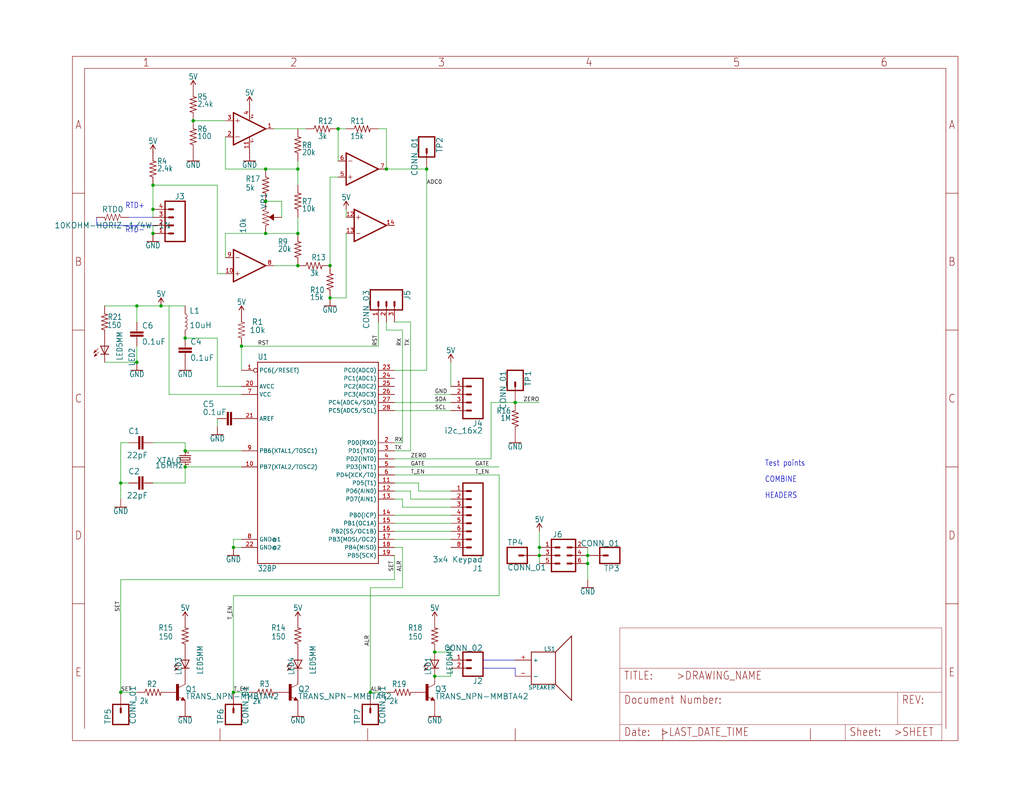
<source format=kicad_sch>
(kicad_sch (version 20220622) (generator eeschema)
  (paper "User" 323.088 254.051)
  (junction (at 43.18 96.52))
  (junction (at 83.82 63.5))
  (junction (at 58.42 106.68))
  (junction (at 170.18 175.26))
  (junction (at 48.26 73.66))
  (junction (at 137.16 205.74))
  (junction (at 104.14 83.82))
  (junction (at 43.18 114.3))
  (junction (at 58.42 147.32))
  (junction (at 83.82 73.66))
  (junction (at 38.1 218.44))
  (junction (at 60.96 38.1))
  (junction (at 48.26 66.04))
  (junction (at 73.66 218.44))
  (junction (at 121.92 53.34))
  (junction (at 73.66 172.72))
  (junction (at 185.42 177.8))
  (junction (at 162.56 127))
  (junction (at 93.98 53.34))
  (junction (at 106.68 40.64))
  (junction (at 58.42 142.24))
  (junction (at 134.62 53.34))
  (junction (at 116.84 218.44))
  (junction (at 137.16 213.36))
  (junction (at 48.26 58.42))
  (junction (at 93.98 73.66))
  (junction (at 104.14 93.98))
  (junction (at 50.8 96.52))
  (junction (at 170.18 172.72))
  (junction (at 83.82 53.34))
  (junction (at 38.1 152.4))
  (junction (at 93.98 83.82))
  (junction (at 185.42 175.26))
  (junction (at 76.2 109.22))
  (wire (pts (xy 137.16 205.74) (xy 142.24 205.74)))
  (wire (pts (xy 40.64 139.7) (xy 38.1 139.7)))
  (wire (pts (xy 124.46 167.64) (xy 142.24 167.64)))
  (wire (pts (xy 71.12 53.34) (xy 83.82 53.34)))
  (wire (pts (xy 124.46 144.78) (xy 154.94 144.78)))
  (wire (pts (xy 124.46 170.18) (xy 142.24 170.18)))
  (wire (pts (xy 132.08 154.94) (xy 132.08 152.4)))
  (wire (pts (xy 58.42 152.4) (xy 48.26 152.4)))
  (wire (pts (xy 68.58 132.08) (xy 68.58 134.62)))
  (wire (pts (xy 116.84 185.42) (xy 116.84 218.44)))
  (wire (pts (xy 124.46 129.54) (xy 142.24 129.54)))
  (wire (pts (xy 142.24 160.02) (xy 127 160.02)))
  (wire (pts (xy 48.26 68.58) (xy 48.26 66.04)))
  (wire (pts (xy 76.2 109.22) (xy 76.2 116.84)))
  (wire (pts (xy 93.98 53.34) (xy 93.98 50.8)))
  (wire (pts (xy 50.8 96.52) (xy 58.42 96.52)))
  (wire (pts (xy 127 160.02) (xy 127 157.48)))
  (wire (pts (xy 76.2 109.22) (xy 119.38 109.22)))
  (wire (pts (xy 68.58 121.92) (xy 68.58 106.68)))
  (wire (pts (xy 127 157.48) (xy 124.46 157.48)))
  (wire (pts (xy 83.82 53.34) (xy 93.98 53.34)))
  (wire (pts (xy 124.46 127) (xy 142.24 127)))
  (wire (pts (xy 73.66 172.72) (xy 73.66 170.18)))
  (wire (pts (xy 124.46 147.32) (xy 157.48 147.32)))
  (wire (pts (xy 154.94 144.78) (xy 154.94 127)))
  (wire (pts (xy 157.48 187.96) (xy 157.48 149.86)))
  (wire (pts (xy 142.24 114.3) (xy 142.24 121.92)))
  (wire (pts (xy 124.46 154.94) (xy 129.54 154.94)))
  (wire (pts (xy 71.12 43.18) (xy 71.12 53.34)))
  (wire (pts (xy 33.02 96.52) (xy 43.18 96.52)))
  (polyline (pts (xy 40.64 68.58) (xy 48.26 68.58)))
  (wire (pts (xy 40.64 152.4) (xy 38.1 152.4)))
  (wire (pts (xy 162.56 127) (xy 170.18 127)))
  (wire (pts (xy 50.8 96.52) (xy 43.18 96.52)))
  (wire (pts (xy 170.18 172.72) (xy 170.18 167.64)))
  (wire (pts (xy 68.58 121.92) (xy 76.2 121.92)))
  (wire (pts (xy 71.12 38.1) (xy 60.96 38.1)))
  (wire (pts (xy 121.92 104.14) (xy 121.92 101.6)))
  (wire (pts (xy 170.18 177.8) (xy 170.18 175.26)))
  (wire (pts (xy 124.46 182.88) (xy 124.46 175.26)))
  (wire (pts (xy 83.82 73.66) (xy 93.98 73.66)))
  (wire (pts (xy 38.1 182.88) (xy 124.46 182.88)))
  (wire (pts (xy 124.46 162.56) (xy 142.24 162.56)))
  (polyline (pts (xy 48.26 71.12) (xy 30.48 71.12)))
  (wire (pts (xy 53.34 96.52) (xy 53.34 124.46)))
  (wire (pts (xy 129.54 157.48) (xy 142.24 157.48)))
  (wire (pts (xy 154.94 127) (xy 162.56 127)))
  (wire (pts (xy 93.98 73.66) (xy 93.98 68.58)))
  (wire (pts (xy 137.16 213.36) (xy 142.24 213.36)))
  (wire (pts (xy 86.36 83.82) (xy 93.98 83.82)))
  (wire (pts (xy 58.42 106.68) (xy 68.58 106.68)))
  (wire (pts (xy 104.14 93.98) (xy 109.22 93.98)))
  (wire (pts (xy 124.46 142.24) (xy 129.54 142.24)))
  (polyline (pts (xy 152.4 208.28) (xy 162.56 208.28)))
  (wire (pts (xy 129.54 154.94) (xy 129.54 157.48)))
  (wire (pts (xy 106.68 40.64) (xy 106.68 50.8)))
  (wire (pts (xy 58.42 147.32) (xy 58.42 152.4)))
  (wire (pts (xy 38.1 218.44) (xy 38.1 182.88)))
  (wire (pts (xy 104.14 55.88) (xy 104.14 83.82)))
  (wire (pts (xy 86.36 40.64) (xy 96.52 40.64)))
  (wire (pts (xy 142.24 213.36) (xy 142.24 210.82)))
  (wire (pts (xy 73.66 170.18) (xy 76.2 170.18)))
  (wire (pts (xy 48.26 139.7) (xy 58.42 139.7)))
  (wire (pts (xy 127 185.42) (xy 116.84 185.42)))
  (wire (pts (xy 71.12 86.36) (xy 68.58 86.36)))
  (wire (pts (xy 76.2 124.46) (xy 53.34 124.46)))
  (wire (pts (xy 58.42 142.24) (xy 76.2 142.24)))
  (wire (pts (xy 124.46 139.7) (xy 127 139.7)))
  (wire (pts (xy 127 185.42) (xy 127 172.72)))
  (wire (pts (xy 48.26 71.12) (xy 48.26 73.66)))
  (wire (pts (xy 124.46 165.1) (xy 142.24 165.1)))
  (wire (pts (xy 109.22 68.58) (xy 109.22 66.04)))
  (wire (pts (xy 129.54 142.24) (xy 129.54 101.6)))
  (wire (pts (xy 68.58 86.36) (xy 68.58 58.42)))
  (polyline (pts (xy 162.56 213.36) (xy 162.56 210.82)))
  (wire (pts (xy 127 104.14) (xy 121.92 104.14)))
  (wire (pts (xy 109.22 40.64) (xy 106.68 40.64)))
  (wire (pts (xy 43.18 114.3) (xy 43.18 109.22)))
  (wire (pts (xy 119.38 101.6) (xy 119.38 109.22)))
  (wire (pts (xy 73.66 218.44) (xy 73.66 187.96)))
  (wire (pts (xy 185.42 175.26) (xy 185.42 177.8)))
  (wire (pts (xy 73.66 187.96) (xy 157.48 187.96)))
  (wire (pts (xy 71.12 73.66) (xy 83.82 73.66)))
  (wire (pts (xy 121.92 40.64) (xy 119.38 40.64)))
  (polyline (pts (xy 152.4 210.82) (xy 162.56 210.82)))
  (wire (pts (xy 132.08 152.4) (xy 124.46 152.4)))
  (wire (pts (xy 58.42 139.7) (xy 58.42 142.24)))
  (wire (pts (xy 68.58 58.42) (xy 48.26 58.42)))
  (wire (pts (xy 185.42 177.8) (xy 185.42 182.88)))
  (wire (pts (xy 142.24 205.74) (xy 142.24 208.28)))
  (wire (pts (xy 109.22 93.98) (xy 109.22 73.66)))
  (wire (pts (xy 48.26 66.04) (xy 48.26 58.42)))
  (wire (pts (xy 88.9 68.58) (xy 88.9 63.5)))
  (wire (pts (xy 134.62 116.84) (xy 134.62 53.34)))
  (wire (pts (xy 43.18 218.44) (xy 38.1 218.44)))
  (wire (pts (xy 142.24 154.94) (xy 132.08 154.94)))
  (wire (pts (xy 121.92 218.44) (xy 116.84 218.44)))
  (polyline (pts (xy 30.48 71.12) (xy 30.48 68.58)))
  (wire (pts (xy 43.18 96.52) (xy 43.18 101.6)))
  (wire (pts (xy 93.98 53.34) (xy 93.98 58.42)))
  (wire (pts (xy 38.1 139.7) (xy 38.1 152.4)))
  (wire (pts (xy 78.74 218.44) (xy 73.66 218.44)))
  (wire (pts (xy 38.1 152.4) (xy 38.1 157.48)))
  (wire (pts (xy 124.46 172.72) (xy 127 172.72)))
  (wire (pts (xy 124.46 116.84) (xy 134.62 116.84)))
  (wire (pts (xy 121.92 53.34) (xy 134.62 53.34)))
  (wire (pts (xy 185.42 175.26) (xy 185.42 172.72)))
  (wire (pts (xy 170.18 175.26) (xy 170.18 172.72)))
  (wire (pts (xy 71.12 81.28) (xy 71.12 73.66)))
  (wire (pts (xy 129.54 101.6) (xy 124.46 101.6)))
  (wire (pts (xy 104.14 55.88) (xy 106.68 55.88)))
  (wire (pts (xy 88.9 63.5) (xy 83.82 63.5)))
  (wire (pts (xy 127 139.7) (xy 127 104.14)))
  (wire (pts (xy 76.2 172.72) (xy 73.66 172.72)))
  (wire (pts (xy 142.24 124.46) (xy 137.16 124.46)))
  (wire (pts (xy 124.46 149.86) (xy 157.48 149.86)))
  (wire (pts (xy 76.2 147.32) (xy 58.42 147.32)))
  (wire (pts (xy 121.92 53.34) (xy 121.92 40.64)))
  (wire (pts (xy 33.02 114.3) (xy 43.18 114.3)))
  (text "RTD+" (at 45.72 66.04 0) (effects (font (size 1.778 1.5113)) (justify right bottom)))
  (text "Test points" (at 241.3 147.32 0) (effects (font (size 1.778 1.5113)) (justify left bottom)))
  (text "HEADERS" (at 241.3 157.48 0) (effects (font (size 1.778 1.5113)) (justify left bottom)))
  (text "COMBINE" (at 241.3 152.4 0) (effects (font (size 1.778 1.5113)) (justify left bottom)))
  (text "RTD-" (at 45.72 73.66 0) (effects (font (size 1.778 1.5113)) (justify right bottom)))
  (label "RX" (at 124.46 139.7 0) (effects (font (size 1.2446 1.2446))))
  (label "SET" (at 38.1 193.04 90) (effects (font (size 1.2446 1.2446))))
  (label "ALR" (at 127 180.34 90) (effects (font (size 1.2446 1.2446))))
  (label "ZERO" (at 129.54 144.78 0) (effects (font (size 1.2446 1.2446))))
  (label "ALR" (at 116.84 203.835 90) (effects (font (size 1.2446 1.2446))))
  (label "SCL" (at 137.16 129.54 0) (effects (font (size 1.2446 1.2446))))
  (label "GND" (at 137.16 124.46 0) (effects (font (size 1.2446 1.2446))))
  (label "T_EN" (at 73.66 218.44 0) (effects (font (size 1.2446 1.2446))))
  (label "SET" (at 38.1 218.44 0) (effects (font (size 1.2446 1.2446))))
  (label "SDA" (at 137.16 127 0) (effects (font (size 1.2446 1.2446))))
  (label "T_EN" (at 149.86 149.86 0) (effects (font (size 1.2446 1.2446))))
  (label "RST" (at 119.38 109.22 90) (effects (font (size 1.2446 1.2446))))
  (label "ADC0" (at 134.62 58.42 0) (effects (font (size 1.2446 1.2446))))
  (label "GATE" (at 149.86 147.32 0) (effects (font (size 1.2446 1.2446))))
  (label "RX" (at 127 109.22 90) (effects (font (size 1.2446 1.2446))))
  (label "RST" (at 81.28 109.22 0) (effects (font (size 1.2446 1.2446))))
  (label "ALR" (at 116.84 218.44 0) (effects (font (size 1.2446 1.2446))))
  (label "ZERO" (at 165.1 127 0) (effects (font (size 1.2446 1.2446))))
  (label "SET" (at 124.46 180.34 90) (effects (font (size 1.2446 1.2446))))
  (label "TX" (at 124.46 142.24 0) (effects (font (size 1.2446 1.2446))))
  (label "T_EN" (at 129.54 149.86 0) (effects (font (size 1.2446 1.2446))))
  (label "TX" (at 129.54 109.22 90) (effects (font (size 1.2446 1.2446))))
  (label "T_EN" (at 73.66 195.58 90) (effects (font (size 1.2446 1.2446))))
  (label "GATE" (at 129.54 147.32 0) (effects (font (size 1.2446 1.2446))))
  (symbol (lib_id "Granny Safe Microprocessor Module-eagle-import:CONN_01") (at 73.66 226.06 90) (unit 1)
    (default_instance (reference "U") (unit 1) (value "") (footprint ""))
    (property "Reference" "TP6" (at 70.612 228.6 0) (effects (font (size 1.778 1.778)) (justify left bottom)))
    (property "Value" "CONN_01" (at 78.486 228.6 0) (effects (font (size 1.778 1.778)) (justify left bottom)))
    (property "Footprint" "Granny Safe Microprocessor Module:1X01" (effects hide))
  )
  (symbol (lib_id "Granny Safe Microprocessor Module-eagle-import:FRAME_A_L") (at 195.58 233.68 0) (unit 2)
    (default_instance (reference "U") (unit 1) (value "") (footprint ""))
    (property "Reference" "#FRAME1" (effects hide))
    (property "Value" "FRAME_A_L" (effects hide))
    (property "Footprint" "Granny Safe Microprocessor Module:" (effects hide))
  )
  (symbol (lib_id "Granny Safe Microprocessor Module-eagle-import:R-US_R0603") (at 114.3 40.64 0) (unit 1)
    (default_instance (reference "U") (unit 1) (value "") (footprint ""))
    (property "Reference" "R11" (at 110.49 39.1414 0) (effects (font (size 1.778 1.5113)) (justify left bottom)))
    (property "Value" "15k" (at 110.49 43.942 0) (effects (font (size 1.778 1.5113)) (justify left bottom)))
    (property "Footprint" "Granny Safe Microprocessor Module:R0603" (effects hide))
  )
  (symbol (lib_id "Granny Safe Microprocessor Module-eagle-import:LED5MM") (at 93.98 208.28 0) (unit 1)
    (default_instance (reference "U") (unit 1) (value "") (footprint ""))
    (property "Reference" "LED4" (at 90.932 207.264 90) (effects (font (size 1.778 1.5113)) (justify right top)))
    (property "Value" "LED5MM" (at 99.695 212.852 90) (effects (font (size 1.778 1.5113)) (justify left bottom)))
    (property "Footprint" "Granny Safe Microprocessor Module:LED5MM" (effects hide))
  )
  (symbol (lib_id "Granny Safe Microprocessor Module-eagle-import:GND") (at 137.16 226.06 0) (unit 1)
    (default_instance (reference "U") (unit 1) (value "") (footprint ""))
    (property "Reference" "#GND8" (effects hide))
    (property "Value" "GND" (at 137.16 226.314 0) (effects (font (size 1.778 1.5113)) (justify top)))
    (property "Footprint" "Granny Safe Microprocessor Module:" (effects hide))
  )
  (symbol (lib_id "Granny Safe Microprocessor Module-eagle-import:5V") (at 58.42 195.58 0) (mirror y) (unit 1)
    (default_instance (reference "U") (unit 1) (value "") (footprint ""))
    (property "Reference" "#SUPPLY4" (effects hide))
    (property "Value" "5V" (at 58.42 192.786 0) (effects (font (size 1.778 1.5113)) (justify bottom)))
    (property "Footprint" "Granny Safe Microprocessor Module:" (effects hide))
  )
  (symbol (lib_id "Granny Safe Microprocessor Module-eagle-import:GND") (at 104.14 96.52 0) (mirror y) (unit 1)
    (default_instance (reference "U") (unit 1) (value "") (footprint ""))
    (property "Reference" "#GND13" (effects hide))
    (property "Value" "GND" (at 104.14 96.774 0) (effects (font (size 1.778 1.5113)) (justify top)))
    (property "Footprint" "Granny Safe Microprocessor Module:" (effects hide))
  )
  (symbol (lib_id "Granny Safe Microprocessor Module-eagle-import:5V") (at 50.8 96.52 0) (unit 1)
    (default_instance (reference "U") (unit 1) (value "") (footprint ""))
    (property "Reference" "#SUPPLY2" (effects hide))
    (property "Value" "5V" (at 50.8 93.726 0) (effects (font (size 1.778 1.5113)) (justify bottom)))
    (property "Footprint" "Granny Safe Microprocessor Module:" (effects hide))
  )
  (symbol (lib_id "Granny Safe Microprocessor Module-eagle-import:CONN_01") (at 116.84 226.06 90) (unit 1)
    (default_instance (reference "U") (unit 1) (value "") (footprint ""))
    (property "Reference" "TP7" (at 113.792 228.6 0) (effects (font (size 1.778 1.778)) (justify left bottom)))
    (property "Value" "CONN_01" (at 121.666 228.6 0) (effects (font (size 1.778 1.778)) (justify left bottom)))
    (property "Footprint" "Granny Safe Microprocessor Module:1X01" (effects hide))
  )
  (symbol (lib_id "Granny Safe Microprocessor Module-eagle-import:CONN_01") (at 162.56 175.26 0) (unit 1)
    (default_instance (reference "U") (unit 1) (value "") (footprint ""))
    (property "Reference" "TP4" (at 160.02 172.212 0) (effects (font (size 1.778 1.778)) (justify left bottom)))
    (property "Value" "CONN_01" (at 160.02 180.086 0) (effects (font (size 1.778 1.778)) (justify left bottom)))
    (property "Footprint" "Granny Safe Microprocessor Module:1X01" (effects hide))
  )
  (symbol (lib_id "Granny Safe Microprocessor Module-eagle-import:GND") (at 48.26 76.2 0) (mirror y) (unit 1)
    (default_instance (reference "U") (unit 1) (value "") (footprint ""))
    (property "Reference" "#GND14" (effects hide))
    (property "Value" "GND" (at 48.26 76.454 0) (effects (font (size 1.778 1.5113)) (justify top)))
    (property "Footprint" "Granny Safe Microprocessor Module:" (effects hide))
  )
  (symbol (lib_id "Granny Safe Microprocessor Module-eagle-import:LED5MM") (at 33.02 109.22 0) (unit 1)
    (default_instance (reference "U") (unit 1) (value "") (footprint ""))
    (property "Reference" "LED2" (at 40.64 109.728 90) (effects (font (size 1.778 1.5113)) (justify right top)))
    (property "Value" "LED5MM" (at 38.735 113.792 90) (effects (font (size 1.778 1.5113)) (justify left bottom)))
    (property "Footprint" "Granny Safe Microprocessor Module:LED5MM" (effects hide))
  )
  (symbol (lib_id "Granny Safe Microprocessor Module-eagle-import:MCP604SL") (at 116.84 71.12 0) (unit 4)
    (default_instance (reference "U") (unit 1) (value "") (footprint ""))
    (property "Reference" "IC1" (effects hide))
    (property "Value" "MCP604SL" (effects hide))
    (property "Footprint" "Granny Safe Microprocessor Module:SO14" (effects hide))
  )
  (symbol (lib_id "Granny Safe Microprocessor Module-eagle-import:R-US_R0603") (at 58.42 200.66 90) (unit 1)
    (default_instance (reference "U") (unit 1) (value "") (footprint ""))
    (property "Reference" "R15" (at 54.61 197.0786 90) (effects (font (size 1.778 1.5113)) (justify left bottom)))
    (property "Value" "150" (at 54.61 199.898 90) (effects (font (size 1.778 1.5113)) (justify left bottom)))
    (property "Footprint" "Granny Safe Microprocessor Module:R0603" (effects hide))
  )
  (symbol (lib_id "Granny Safe Microprocessor Module-eagle-import:5V") (at 78.74 33.02 0) (unit 1)
    (default_instance (reference "U") (unit 1) (value "") (footprint ""))
    (property "Reference" "#SUPPLY7" (effects hide))
    (property "Value" "5V" (at 78.74 30.226 0) (effects (font (size 1.778 1.5113)) (justify bottom)))
    (property "Footprint" "Granny Safe Microprocessor Module:" (effects hide))
  )
  (symbol (lib_id "Granny Safe Microprocessor Module-eagle-import:GND") (at 68.58 137.16 0) (unit 1)
    (default_instance (reference "U") (unit 1) (value "") (footprint ""))
    (property "Reference" "#GND1" (effects hide))
    (property "Value" "GND" (at 68.58 137.414 0) (effects (font (size 1.778 1.5113)) (justify top)))
    (property "Footprint" "Granny Safe Microprocessor Module:" (effects hide))
  )
  (symbol (lib_id "Granny Safe Microprocessor Module-eagle-import:R-US_R0603") (at 48.26 218.44 0) (unit 1)
    (default_instance (reference "U") (unit 1) (value "") (footprint ""))
    (property "Reference" "R2" (at 49.53 214.8586 0) (effects (font (size 1.778 1.5113)) (justify right top)))
    (property "Value" "2k" (at 46.99 220.218 0) (effects (font (size 1.778 1.5113)) (justify right top)))
    (property "Footprint" "Granny Safe Microprocessor Module:R0603" (effects hide))
  )
  (symbol (lib_id "Granny Safe Microprocessor Module-eagle-import:TRANS_NPN-MMBTA42") (at 91.44 218.44 0) (unit 1)
    (default_instance (reference "U") (unit 1) (value "") (footprint ""))
    (property "Reference" "Q2" (at 93.98 218.44 0) (effects (font (size 1.778 1.778)) (justify left bottom)))
    (property "Value" "TRANS_NPN-MMBTA42" (at 93.98 220.726 0) (effects (font (size 1.778 1.778)) (justify left bottom)))
    (property "Footprint" "Granny Safe Microprocessor Module:SOT23-3" (effects hide))
  )
  (symbol (lib_id "Granny Safe Microprocessor Module-eagle-import:0.1UF-0603-25V-(+80{slash}-20%)") (at 43.18 106.68 0) (unit 1)
    (default_instance (reference "U") (unit 1) (value "") (footprint ""))
    (property "Reference" "C6" (at 44.704 103.759 0) (effects (font (size 1.778 1.778)) (justify left bottom)))
    (property "Value" "0.1uF" (at 44.704 108.839 0) (effects (font (size 1.778 1.778)) (justify left bottom)))
    (property "Footprint" "Granny Safe Microprocessor Module:0603" (effects hide))
  )
  (symbol (lib_id "Granny Safe Microprocessor Module-eagle-import:22PF-0603-50V-5%") (at 45.72 152.4 90) (unit 1)
    (default_instance (reference "U") (unit 1) (value "") (footprint ""))
    (property "Reference" "C2" (at 44.196 147.701 90) (effects (font (size 1.778 1.778)) (justify left bottom)))
    (property "Value" "22pF" (at 46.736 155.321 90) (effects (font (size 1.778 1.778)) (justify left bottom)))
    (property "Footprint" "Granny Safe Microprocessor Module:0603" (effects hide))
  )
  (symbol (lib_id "Granny Safe Microprocessor Module-eagle-import:R-US_R0603") (at 93.98 78.74 90) (unit 1)
    (default_instance (reference "U") (unit 1) (value "") (footprint ""))
    (property "Reference" "R9" (at 87.63 77.2414 90) (effects (font (size 1.778 1.5113)) (justify right top)))
    (property "Value" "20k" (at 87.63 79.502 90) (effects (font (size 1.778 1.5113)) (justify right top)))
    (property "Footprint" "Granny Safe Microprocessor Module:R0603" (effects hide))
  )
  (symbol (lib_id "Granny Safe Microprocessor Module-eagle-import:GND") (at 78.74 50.8 0) (mirror y) (unit 1)
    (default_instance (reference "U") (unit 1) (value "") (footprint ""))
    (property "Reference" "#GND10" (effects hide))
    (property "Value" "GND" (at 78.74 51.054 0) (effects (font (size 1.778 1.5113)) (justify top)))
    (property "Footprint" "Granny Safe Microprocessor Module:" (effects hide))
  )
  (symbol (lib_id "Granny Safe Microprocessor Module-eagle-import:SCREW-4") (at 53.34 71.12 0) (mirror y) (unit 1)
    (default_instance (reference "U") (unit 1) (value "") (footprint ""))
    (property "Reference" "J3" (at 58.42 62.992 0) (effects (font (size 1.778 1.778)) (justify left bottom)))
    (property "Value" "SCREW-4" (effects hide))
    (property "Footprint" "Granny Safe Microprocessor Module:SCREWTERMINAL-5MM-2" (effects hide))
  )
  (symbol (lib_id "Granny Safe Microprocessor Module-eagle-import:R-US_R0603") (at 48.26 53.34 90) (unit 1)
    (default_instance (reference "U") (unit 1) (value "") (footprint ""))
    (property "Reference" "R4" (at 49.53 51.8414 90) (effects (font (size 1.778 1.5113)) (justify right top)))
    (property "Value" "2.4k" (at 49.53 54.102 90) (effects (font (size 1.778 1.5113)) (justify right top)))
    (property "Footprint" "Granny Safe Microprocessor Module:R0603" (effects hide))
  )
  (symbol (lib_id "Granny Safe Microprocessor Module-eagle-import:5V") (at 76.2 99.06 0) (unit 1)
    (default_instance (reference "U") (unit 1) (value "") (footprint ""))
    (property "Reference" "#SUPPLY1" (effects hide))
    (property "Value" "5V" (at 76.2 96.266 0) (effects (font (size 1.778 1.5113)) (justify bottom)))
    (property "Footprint" "Granny Safe Microprocessor Module:" (effects hide))
  )
  (symbol (lib_id "Granny Safe Microprocessor Module-eagle-import:CRYSTAL-16MHZPTH-HC49US") (at 58.42 144.78 90) (unit 1)
    (default_instance (reference "U") (unit 1) (value "") (footprint ""))
    (property "Reference" "XTAL0" (at 53.34 144.272 90) (effects (font (size 1.778 1.778)) (justify bottom)))
    (property "Value" "16MHz" (at 53.34 147.828 90) (effects (font (size 1.778 1.778)) (justify top)))
    (property "Footprint" "Granny Safe Microprocessor Module:HC49US" (effects hide))
  )
  (symbol (lib_id "Granny Safe Microprocessor Module-eagle-import:GND") (at 162.56 139.7 0) (unit 1)
    (default_instance (reference "U") (unit 1) (value "") (footprint ""))
    (property "Reference" "#GND5" (effects hide))
    (property "Value" "GND" (at 162.56 139.954 0) (effects (font (size 1.778 1.5113)) (justify top)))
    (property "Footprint" "Granny Safe Microprocessor Module:" (effects hide))
  )
  (symbol (lib_id "Granny Safe Microprocessor Module-eagle-import:R-US_R0603") (at 83.82 58.42 270) (unit 1)
    (default_instance (reference "U") (unit 1) (value "") (footprint ""))
    (property "Reference" "R17" (at 77.47 57.3786 90) (effects (font (size 1.778 1.5113)) (justify left bottom)))
    (property "Value" "5k" (at 77.47 60.198 90) (effects (font (size 1.778 1.5113)) (justify left bottom)))
    (property "Footprint" "Granny Safe Microprocessor Module:R0603" (effects hide))
  )
  (symbol (lib_id "Granny Safe Microprocessor Module-eagle-import:R-US_R0603") (at 104.14 88.9 90) (unit 1)
    (default_instance (reference "U") (unit 1) (value "") (footprint ""))
    (property "Reference" "R10" (at 97.79 92.4814 90) (effects (font (size 1.778 1.5113)) (justify right top)))
    (property "Value" "15k" (at 97.79 94.742 90) (effects (font (size 1.778 1.5113)) (justify right top)))
    (property "Footprint" "Granny Safe Microprocessor Module:R0603" (effects hide))
  )
  (symbol (lib_id "Granny Safe Microprocessor Module-eagle-import:0.1UF-0603-25V-(+80{slash}-20%)") (at 58.42 111.76 0) (unit 1)
    (default_instance (reference "U") (unit 1) (value "") (footprint ""))
    (property "Reference" "C4" (at 59.944 108.839 0) (effects (font (size 1.778 1.778)) (justify left bottom)))
    (property "Value" "0.1uF" (at 59.944 113.919 0) (effects (font (size 1.778 1.778)) (justify left bottom)))
    (property "Footprint" "Granny Safe Microprocessor Module:0603" (effects hide))
  )
  (symbol (lib_id "Granny Safe Microprocessor Module-eagle-import:GND") (at 43.18 116.84 0) (unit 1)
    (default_instance (reference "U") (unit 1) (value "") (footprint ""))
    (property "Reference" "#GND16" (effects hide))
    (property "Value" "GND" (at 43.18 117.094 0) (effects (font (size 1.778 1.5113)) (justify top)))
    (property "Footprint" "Granny Safe Microprocessor Module:" (effects hide))
  )
  (symbol (lib_id "Granny Safe Microprocessor Module-eagle-import:5V") (at 109.22 66.04 0) (unit 1)
    (default_instance (reference "U") (unit 1) (value "") (footprint ""))
    (property "Reference" "#SUPPLY8" (effects hide))
    (property "Value" "5V" (at 109.22 63.246 0) (effects (font (size 1.778 1.5113)) (justify bottom)))
    (property "Footprint" "Granny Safe Microprocessor Module:" (effects hide))
  )
  (symbol (lib_id "Granny Safe Microprocessor Module-eagle-import:GND") (at 58.42 226.06 0) (unit 1)
    (default_instance (reference "U") (unit 1) (value "") (footprint ""))
    (property "Reference" "#GND3" (effects hide))
    (property "Value" "GND" (at 58.42 226.314 0) (effects (font (size 1.778 1.5113)) (justify top)))
    (property "Footprint" "Granny Safe Microprocessor Module:" (effects hide))
  )
  (symbol (lib_id "Granny Safe Microprocessor Module-eagle-import:CONN_08{dblquote}") (at 147.32 162.56 180) (unit 1)
    (default_instance (reference "U") (unit 1) (value "") (footprint ""))
    (property "Reference" "J1" (at 152.4 178.308 0) (effects (font (size 1.778 1.778)) (justify left bottom)))
    (property "Value" "3x4 Keypad" (at 152.4 175.514 0) (effects (font (size 1.778 1.778)) (justify left bottom)))
    (property "Footprint" "Granny Safe Microprocessor Module:1X08" (effects hide))
  )
  (symbol (lib_id "Granny Safe Microprocessor Module-eagle-import:CONN_01") (at 193.04 175.26 180) (unit 1)
    (default_instance (reference "U") (unit 1) (value "") (footprint ""))
    (property "Reference" "TP3" (at 195.58 178.308 0) (effects (font (size 1.778 1.778)) (justify left bottom)))
    (property "Value" "CONN_01" (at 195.58 170.434 0) (effects (font (size 1.778 1.778)) (justify left bottom)))
    (property "Footprint" "Granny Safe Microprocessor Module:1X01" (effects hide))
  )
  (symbol (lib_id "Granny Safe Microprocessor Module-eagle-import:22PF-0603-50V-5%") (at 45.72 139.7 90) (unit 1)
    (default_instance (reference "U") (unit 1) (value "") (footprint ""))
    (property "Reference" "C1" (at 44.196 135.001 90) (effects (font (size 1.778 1.778)) (justify left bottom)))
    (property "Value" "22pF" (at 46.736 142.621 90) (effects (font (size 1.778 1.778)) (justify left bottom)))
    (property "Footprint" "Granny Safe Microprocessor Module:0603" (effects hide))
  )
  (symbol (lib_id "Granny Safe Microprocessor Module-eagle-import:R-US_R0603") (at 127 218.44 0) (unit 1)
    (default_instance (reference "U") (unit 1) (value "") (footprint ""))
    (property "Reference" "R19" (at 128.27 214.8586 0) (effects (font (size 1.778 1.5113)) (justify right top)))
    (property "Value" "2k" (at 125.73 220.218 0) (effects (font (size 1.778 1.5113)) (justify right top)))
    (property "Footprint" "Granny Safe Microprocessor Module:R0603" (effects hide))
  )
  (symbol (lib_id "Granny Safe Microprocessor Module-eagle-import:R-US_R0603") (at 93.98 200.66 90) (unit 1)
    (default_instance (reference "U") (unit 1) (value "") (footprint ""))
    (property "Reference" "R14" (at 90.17 197.0786 90) (effects (font (size 1.778 1.5113)) (justify left bottom)))
    (property "Value" "150" (at 90.17 199.898 90) (effects (font (size 1.778 1.5113)) (justify left bottom)))
    (property "Footprint" "Granny Safe Microprocessor Module:R0603" (effects hide))
  )
  (symbol (lib_id "Granny Safe Microprocessor Module-eagle-import:R-US_R0603") (at 162.56 132.08 270) (mirror x) (unit 1)
    (default_instance (reference "U") (unit 1) (value "") (footprint ""))
    (property "Reference" "R16" (at 161.29 130.5814 90) (effects (font (size 1.778 1.5113)) (justify right top)))
    (property "Value" "1M" (at 161.29 132.842 90) (effects (font (size 1.778 1.5113)) (justify right top)))
    (property "Footprint" "Granny Safe Microprocessor Module:R0603" (effects hide))
  )
  (symbol (lib_id "Granny Safe Microprocessor Module-eagle-import:MCP604SL") (at 78.74 40.64 0) (unit 5)
    (default_instance (reference "U") (unit 1) (value "") (footprint ""))
    (property "Reference" "IC1" (effects hide))
    (property "Value" "MCP604SL" (effects hide))
    (property "Footprint" "Granny Safe Microprocessor Module:SO14" (effects hide))
  )
  (symbol (lib_id "Granny Safe Microprocessor Module-eagle-import:10KOHM-0603-1{slash}10W-1%") (at 76.2 104.14 90) (unit 1)
    (default_instance (reference "U") (unit 1) (value "") (footprint ""))
    (property "Reference" "R1" (at 81.28 100.584 90) (effects (font (size 1.778 1.778)) (justify bottom)))
    (property "Value" "10k" (at 81.28 105.156 90) (effects (font (size 1.778 1.778)) (justify top)))
    (property "Footprint" "Granny Safe Microprocessor Module:0603" (effects hide))
  )
  (symbol (lib_id "Granny Safe Microprocessor Module-eagle-import:5V") (at 170.18 167.64 0) (mirror y) (unit 1)
    (default_instance (reference "U") (unit 1) (value "") (footprint ""))
    (property "Reference" "#SUPPLY10" (effects hide))
    (property "Value" "5V" (at 170.18 164.846 0) (effects (font (size 1.778 1.5113)) (justify bottom)))
    (property "Footprint" "Granny Safe Microprocessor Module:" (effects hide))
  )
  (symbol (lib_id "Granny Safe Microprocessor Module-eagle-import:TRANS_NPN-MMBTA42") (at 55.88 218.44 0) (unit 1)
    (default_instance (reference "U") (unit 1) (value "") (footprint ""))
    (property "Reference" "Q1" (at 58.42 218.44 0) (effects (font (size 1.778 1.778)) (justify left bottom)))
    (property "Value" "TRANS_NPN-MMBTA42" (at 58.42 220.726 0) (effects (font (size 1.778 1.778)) (justify left bottom)))
    (property "Footprint" "Granny Safe Microprocessor Module:SOT23-3" (effects hide))
  )
  (symbol (lib_id "Granny Safe Microprocessor Module-eagle-import:CONN_03") (at 121.92 93.98 270) (unit 1)
    (default_instance (reference "U") (unit 1) (value "") (footprint ""))
    (property "Reference" "J5" (at 127.508 91.44 0) (effects (font (size 1.778 1.778)) (justify left bottom)))
    (property "Value" "CONN_03" (at 114.554 91.44 0) (effects (font (size 1.778 1.778)) (justify left bottom)))
    (property "Footprint" "Granny Safe Microprocessor Module:1X03" (effects hide))
  )
  (symbol (lib_id "Granny Safe Microprocessor Module-eagle-import:GND") (at 60.96 50.8 0) (mirror y) (unit 1)
    (default_instance (reference "U") (unit 1) (value "") (footprint ""))
    (property "Reference" "#GND15" (effects hide))
    (property "Value" "GND" (at 60.96 51.054 0) (effects (font (size 1.778 1.5113)) (justify top)))
    (property "Footprint" "Granny Safe Microprocessor Module:" (effects hide))
  )
  (symbol (lib_id "Granny Safe Microprocessor Module-eagle-import:5V") (at 60.96 27.94 0) (unit 1)
    (default_instance (reference "U") (unit 1) (value "") (footprint ""))
    (property "Reference" "#SUPPLY6" (effects hide))
    (property "Value" "5V" (at 60.96 25.146 0) (effects (font (size 1.778 1.5113)) (justify bottom)))
    (property "Footprint" "Granny Safe Microprocessor Module:" (effects hide))
  )
  (symbol (lib_id "Granny Safe Microprocessor Module-eagle-import:LED5MM") (at 58.42 208.28 0) (unit 1)
    (default_instance (reference "U") (unit 1) (value "") (footprint ""))
    (property "Reference" "LED3" (at 55.372 207.264 90) (effects (font (size 1.778 1.5113)) (justify right top)))
    (property "Value" "LED5MM" (at 64.135 212.852 90) (effects (font (size 1.778 1.5113)) (justify left bottom)))
    (property "Footprint" "Granny Safe Microprocessor Module:LED5MM" (effects hide))
  )
  (symbol (lib_id "Granny Safe Microprocessor Module-eagle-import:R-US_R0603") (at 99.06 83.82 0) (unit 1)
    (default_instance (reference "U") (unit 1) (value "") (footprint ""))
    (property "Reference" "R13" (at 102.87 80.2386 0) (effects (font (size 1.778 1.5113)) (justify right top)))
    (property "Value" "3k" (at 97.79 87.122 0) (effects (font (size 1.778 1.5113)) (justify left bottom)))
    (property "Footprint" "Granny Safe Microprocessor Module:R0603" (effects hide))
  )
  (symbol (lib_id "Granny Safe Microprocessor Module-eagle-import:10KOHM-HORIZ-1{slash}4W-1%") (at 35.56 68.58 0) (mirror y) (unit 1)
    (default_instance (reference "U") (unit 1) (value "") (footprint ""))
    (property "Reference" "RTD0" (at 35.56 67.056 0) (effects (font (size 1.778 1.778)) (justify bottom)))
    (property "Value" "10KOHM-HORIZ-1{slash}4W-1%" (at 35.56 70.104 0) (effects (font (size 1.778 1.778)) (justify top)))
    (property "Footprint" "Granny Safe Microprocessor Module:AXIAL-0.3" (effects hide))
  )
  (symbol (lib_id "Granny Safe Microprocessor Module-eagle-import:5V") (at 48.26 48.26 0) (unit 1)
    (default_instance (reference "U") (unit 1) (value "") (footprint ""))
    (property "Reference" "#SUPPLY5" (effects hide))
    (property "Value" "5V" (at 48.26 45.466 0) (effects (font (size 1.778 1.5113)) (justify bottom)))
    (property "Footprint" "Granny Safe Microprocessor Module:" (effects hide))
  )
  (symbol (lib_id "Granny Safe Microprocessor Module-eagle-import:R-US_R0603") (at 83.82 218.44 0) (unit 1)
    (default_instance (reference "U") (unit 1) (value "") (footprint ""))
    (property "Reference" "R3" (at 85.09 214.8586 0) (effects (font (size 1.778 1.5113)) (justify right top)))
    (property "Value" "2k" (at 82.55 220.218 0) (effects (font (size 1.778 1.5113)) (justify right top)))
    (property "Footprint" "Granny Safe Microprocessor Module:R0603" (effects hide))
  )
  (symbol (lib_id "Granny Safe Microprocessor Module-eagle-import:CONN_02") (at 149.86 208.28 180) (unit 1)
    (default_instance (reference "U") (unit 1) (value "") (footprint ""))
    (property "Reference" "J2" (at 152.4 213.868 0) (effects (font (size 1.778 1.778)) (justify left bottom)))
    (property "Value" "CONN_02" (at 152.4 203.454 0) (effects (font (size 1.778 1.778)) (justify left bottom)))
    (property "Footprint" "Granny Safe Microprocessor Module:1X02" (effects hide))
  )
  (symbol (lib_id "Granny Safe Microprocessor Module-eagle-import:GND") (at 58.42 116.84 0) (unit 1)
    (default_instance (reference "U") (unit 1) (value "") (footprint ""))
    (property "Reference" "#GND17" (effects hide))
    (property "Value" "GND" (at 58.42 117.094 0) (effects (font (size 1.778 1.5113)) (justify top)))
    (property "Footprint" "Granny Safe Microprocessor Module:" (effects hide))
  )
  (symbol (lib_id "Granny Safe Microprocessor Module-eagle-import:GND") (at 185.42 185.42 0) (unit 1)
    (default_instance (reference "U") (unit 1) (value "") (footprint ""))
    (property "Reference" "#GND6" (effects hide))
    (property "Value" "GND" (at 185.42 185.674 0) (effects (font (size 1.778 1.5113)) (justify top)))
    (property "Footprint" "Granny Safe Microprocessor Module:" (effects hide))
  )
  (symbol (lib_id "Granny Safe Microprocessor Module-eagle-import:MCP604SL") (at 78.74 40.64 0) (unit 1)
    (default_instance (reference "U") (unit 1) (value "") (footprint ""))
    (property "Reference" "IC1" (effects hide))
    (property "Value" "MCP604SL" (effects hide))
    (property "Footprint" "Granny Safe Microprocessor Module:SO14" (effects hide))
  )
  (symbol (lib_id "Granny Safe Microprocessor Module-eagle-import:CONN_01") (at 162.56 119.38 270) (unit 1)
    (default_instance (reference "U") (unit 1) (value "") (footprint ""))
    (property "Reference" "TP1" (at 165.608 116.84 0) (effects (font (size 1.778 1.778)) (justify left bottom)))
    (property "Value" "CONN_01" (at 157.734 116.84 0) (effects (font (size 1.778 1.778)) (justify left bottom)))
    (property "Footprint" "Granny Safe Microprocessor Module:1X01" (effects hide))
  )
  (symbol (lib_id "Granny Safe Microprocessor Module-eagle-import:MCP604SL") (at 78.74 83.82 0) (mirror x) (unit 3)
    (default_instance (reference "U") (unit 1) (value "") (footprint ""))
    (property "Reference" "IC1" (effects hide))
    (property "Value" "MCP604SL" (effects hide))
    (property "Footprint" "Granny Safe Microprocessor Module:SO14" (effects hide))
  )
  (symbol (lib_id "Granny Safe Microprocessor Module-eagle-import:FRAME_A_L") (at 22.86 233.68 0) (unit 1)
    (default_instance (reference "U") (unit 1) (value "") (footprint ""))
    (property "Reference" "#FRAME1" (effects hide))
    (property "Value" "FRAME_A_L" (effects hide))
    (property "Footprint" "Granny Safe Microprocessor Module:" (effects hide))
  )
  (symbol (lib_id "Granny Safe Microprocessor Module-eagle-import:SPEAKER") (at 172.72 210.82 0) (unit 1)
    (default_instance (reference "U") (unit 1) (value "") (footprint ""))
    (property "Reference" "LS1" (at 175.26 205.486 0) (effects (justify right bottom)))
    (property "Value" "SPEAKER" (at 175.26 216.154 0) (effects (justify right top)))
    (property "Footprint" "Granny Safe Microprocessor Module:PCB_MOUNT_SPEAKER" (effects hide))
  )
  (symbol (lib_id "Granny Safe Microprocessor Module-eagle-import:TRIMPOT-SMD-3MM-CLOSED-1{slash}8W-20%") (at 83.82 68.58 0) (mirror x) (unit 1)
    (default_instance (reference "U") (unit 1) (value "") (footprint ""))
    (property "Reference" "VR1" (at 82.296 66.04 90) (effects (font (size 1.778 1.778)) (justify right top)))
    (property "Value" "10k" (at 77.724 68.58 90) (effects (font (size 1.778 1.778)) (justify left bottom)))
    (property "Footprint" "Granny Safe Microprocessor Module:TRIMPOT-SMD-3MM-CLOSED" (effects hide))
  )
  (symbol (lib_id "Granny Safe Microprocessor Module-eagle-import:CONN_04") (at 147.32 124.46 180) (unit 1)
    (default_instance (reference "U") (unit 1) (value "") (footprint ""))
    (property "Reference" "J4" (at 152.4 132.588 0) (effects (font (size 1.778 1.778)) (justify left bottom)))
    (property "Value" "i2c_16x2" (at 152.4 134.874 0) (effects (font (size 1.778 1.778)) (justify left bottom)))
    (property "Footprint" "Granny Safe Microprocessor Module:1X04" (effects hide))
  )
  (symbol (lib_id "Granny Safe Microprocessor Module-eagle-import:CONN_03X2FEMALE") (at 177.8 175.26 0) (unit 1)
    (default_instance (reference "U") (unit 1) (value "") (footprint ""))
    (property "Reference" "J6" (at 174.244 169.672 0) (effects (font (size 1.778 1.778)) (justify left bottom)))
    (property "Value" "FEMALE 2x3" (effects hide))
    (property "Footprint" "Granny Safe Microprocessor Module:2X3" (effects hide))
  )
  (symbol (lib_id "Granny Safe Microprocessor Module-eagle-import:R-US_R0603") (at 93.98 63.5 90) (unit 1)
    (default_instance (reference "U") (unit 1) (value "") (footprint ""))
    (property "Reference" "R7" (at 95.25 64.5414 90) (effects (font (size 1.778 1.5113)) (justify right top)))
    (property "Value" "10k" (at 95.25 66.802 90) (effects (font (size 1.778 1.5113)) (justify right top)))
    (property "Footprint" "Granny Safe Microprocessor Module:R0603" (effects hide))
  )
  (symbol (lib_id "Granny Safe Microprocessor Module-eagle-import:TRANS_NPN-MMBTA42") (at 134.62 218.44 0) (unit 1)
    (default_instance (reference "U") (unit 1) (value "") (footprint ""))
    (property "Reference" "Q3" (at 137.16 218.44 0) (effects (font (size 1.778 1.778)) (justify left bottom)))
    (property "Value" "TRANS_NPN-MMBTA42" (at 137.16 220.726 0) (effects (font (size 1.778 1.778)) (justify left bottom)))
    (property "Footprint" "Granny Safe Microprocessor Module:SOT23-3" (effects hide))
  )
  (symbol (lib_id "Granny Safe Microprocessor Module-eagle-import:GND") (at 73.66 175.26 0) (unit 1)
    (default_instance (reference "U") (unit 1) (value "") (footprint ""))
    (property "Reference" "#GND21" (effects hide))
    (property "Value" "GND" (at 73.66 175.514 0) (effects (font (size 1.778 1.5113)) (justify top)))
    (property "Footprint" "Granny Safe Microprocessor Module:" (effects hide))
  )
  (symbol (lib_id "Granny Safe Microprocessor Module-eagle-import:0.1UF-0603-25V-(+80{slash}-20%)") (at 71.12 132.08 270) (unit 1)
    (default_instance (reference "U") (unit 1) (value "") (footprint ""))
    (property "Reference" "C5" (at 63.881 128.524 90) (effects (font (size 1.778 1.778)) (justify left bottom)))
    (property "Value" "0.1uF" (at 63.881 131.064 90) (effects (font (size 1.778 1.778)) (justify left bottom)))
    (property "Footprint" "Granny Safe Microprocessor Module:0603" (effects hide))
  )
  (symbol (lib_id "Granny Safe Microprocessor Module-eagle-import:INDUCTOR-0603-33NH") (at 58.42 101.6 0) (unit 1)
    (default_instance (reference "U") (unit 1) (value "") (footprint ""))
    (property "Reference" "L1" (at 59.69 99.06 0) (effects (font (size 1.778 1.778)) (justify left bottom)))
    (property "Value" "10uH" (at 59.69 101.6 0) (effects (font (size 1.778 1.778)) (justify left top)))
    (property "Footprint" "Granny Safe Microprocessor Module:0603" (effects hide))
  )
  (symbol (lib_id "Granny Safe Microprocessor Module-eagle-import:GND") (at 38.1 160.02 0) (unit 1)
    (default_instance (reference "U") (unit 1) (value "") (footprint ""))
    (property "Reference" "#GND19" (effects hide))
    (property "Value" "GND" (at 38.1 160.274 0) (effects (font (size 1.778 1.5113)) (justify top)))
    (property "Footprint" "Granny Safe Microprocessor Module:" (effects hide))
  )
  (symbol (lib_id "Granny Safe Microprocessor Module-eagle-import:R-US_R0603") (at 137.16 200.66 90) (unit 1)
    (default_instance (reference "U") (unit 1) (value "") (footprint ""))
    (property "Reference" "R18" (at 133.35 197.0786 90) (effects (font (size 1.778 1.5113)) (justify left bottom)))
    (property "Value" "150" (at 133.35 199.898 90) (effects (font (size 1.778 1.5113)) (justify left bottom)))
    (property "Footprint" "Granny Safe Microprocessor Module:R0603" (effects hide))
  )
  (symbol (lib_id "Granny Safe Microprocessor Module-eagle-import:R-US_R0603") (at 33.02 101.6 90) (unit 1)
    (default_instance (reference "U") (unit 1) (value "") (footprint ""))
    (property "Reference" "R21" (at 38.608 99.0346 90) (effects (font (size 1.778 1.5113)) (justify left bottom)))
    (property "Value" "150" (at 38.354 101.6 90) (effects (font (size 1.778 1.5113)) (justify left bottom)))
    (property "Footprint" "Granny Safe Microprocessor Module:R0603" (effects hide))
  )
  (symbol (lib_id "Granny Safe Microprocessor Module-eagle-import:CONN_01") (at 38.1 226.06 90) (unit 1)
    (default_instance (reference "U") (unit 1) (value "") (footprint ""))
    (property "Reference" "TP5" (at 35.052 228.6 0) (effects (font (size 1.778 1.778)) (justify left bottom)))
    (property "Value" "CONN_01" (at 42.926 228.6 0) (effects (font (size 1.778 1.778)) (justify left bottom)))
    (property "Footprint" "Granny Safe Microprocessor Module:1X01" (effects hide))
  )
  (symbol (lib_id "Granny Safe Microprocessor Module-eagle-import:R-US_R0603") (at 101.6 40.64 0) (unit 1)
    (default_instance (reference "U") (unit 1) (value "") (footprint ""))
    (property "Reference" "R12" (at 100.33 39.1414 0) (effects (font (size 1.778 1.5113)) (justify left bottom)))
    (property "Value" "3k" (at 100.33 43.942 0) (effects (font (size 1.778 1.5113)) (justify left bottom)))
    (property "Footprint" "Granny Safe Microprocessor Module:R0603" (effects hide))
  )
  (symbol (lib_id "Granny Safe Microprocessor Module-eagle-import:5V") (at 142.24 114.3 0) (mirror y) (unit 1)
    (default_instance (reference "U") (unit 1) (value "") (footprint ""))
    (property "Reference" "#SUPPLY3" (effects hide))
    (property "Value" "5V" (at 142.24 111.506 0) (effects (font (size 1.778 1.5113)) (justify bottom)))
    (property "Footprint" "Granny Safe Microprocessor Module:" (effects hide))
  )
  (symbol (lib_id "Granny Safe Microprocessor Module-eagle-import:5V") (at 93.98 195.58 0) (mirror y) (unit 1)
    (default_instance (reference "U") (unit 1) (value "") (footprint ""))
    (property "Reference" "#SUPPLY9" (effects hide))
    (property "Value" "5V" (at 93.98 192.786 0) (effects (font (size 1.778 1.5113)) (justify bottom)))
    (property "Footprint" "Granny Safe Microprocessor Module:" (effects hide))
  )
  (symbol (lib_id "Granny Safe Microprocessor Module-eagle-import:MCP604SL") (at 114.3 53.34 0) (mirror x) (unit 2)
    (default_instance (reference "U") (unit 1) (value "") (footprint ""))
    (property "Reference" "IC1" (effects hide))
    (property "Value" "MCP604SL" (effects hide))
    (property "Footprint" "Granny Safe Microprocessor Module:SO14" (effects hide))
  )
  (symbol (lib_id "Granny Safe Microprocessor Module-eagle-import:ATMEGA328P_PDIP") (at 99.06 142.24 0) (unit 1)
    (default_instance (reference "U") (unit 1) (value "") (footprint ""))
    (property "Reference" "U1" (at 81.28 113.538 0) (effects (font (size 1.778 1.5113)) (justify left bottom)))
    (property "Value" "328P" (at 81.28 180.34 0) (effects (font (size 1.778 1.5113)) (justify left bottom)))
    (property "Footprint" "Granny Safe Microprocessor Module:DIP28" (effects hide))
  )
  (symbol (lib_id "Granny Safe Microprocessor Module-eagle-import:R-US_R0603") (at 93.98 45.72 90) (unit 1)
    (default_instance (reference "U") (unit 1) (value "") (footprint ""))
    (property "Reference" "R8" (at 95.25 46.7614 90) (effects (font (size 1.778 1.5113)) (justify right top)))
    (property "Value" "20k" (at 95.25 49.022 90) (effects (font (size 1.778 1.5113)) (justify right top)))
    (property "Footprint" "Granny Safe Microprocessor Module:R0603" (effects hide))
  )
  (symbol (lib_id "Granny Safe Microprocessor Module-eagle-import:LED5MM") (at 137.16 208.28 0) (unit 1)
    (default_instance (reference "U") (unit 1) (value "") (footprint ""))
    (property "Reference" "LED1" (at 134.112 207.264 90) (effects (font (size 1.778 1.5113)) (justify right top)))
    (property "Value" "LED5MM" (at 142.875 212.852 90) (effects (font (size 1.778 1.5113)) (justify left bottom)))
    (property "Footprint" "Granny Safe Microprocessor Module:LED5MM" (effects hide))
  )
  (symbol (lib_id "Granny Safe Microprocessor Module-eagle-import:GND") (at 93.98 226.06 0) (unit 1)
    (default_instance (reference "U") (unit 1) (value "") (footprint ""))
    (property "Reference" "#GND4" (effects hide))
    (property "Value" "GND" (at 93.98 226.314 0) (effects (font (size 1.778 1.5113)) (justify top)))
    (property "Footprint" "Granny Safe Microprocessor Module:" (effects hide))
  )
  (symbol (lib_id "Granny Safe Microprocessor Module-eagle-import:5V") (at 137.16 195.58 0) (mirror y) (unit 1)
    (default_instance (reference "U") (unit 1) (value "") (footprint ""))
    (property "Reference" "#SUPPLY11" (effects hide))
    (property "Value" "5V" (at 137.16 192.786 0) (effects (font (size 1.778 1.5113)) (justify bottom)))
    (property "Footprint" "Granny Safe Microprocessor Module:" (effects hide))
  )
  (symbol (lib_id "Granny Safe Microprocessor Module-eagle-import:R-US_R0603") (at 60.96 43.18 90) (unit 1)
    (default_instance (reference "U") (unit 1) (value "") (footprint ""))
    (property "Reference" "R6" (at 62.23 41.6814 90) (effects (font (size 1.778 1.5113)) (justify right top)))
    (property "Value" "100" (at 62.23 43.942 90) (effects (font (size 1.778 1.5113)) (justify right top)))
    (property "Footprint" "Granny Safe Microprocessor Module:R0603" (effects hide))
  )
  (symbol (lib_id "Granny Safe Microprocessor Module-eagle-import:R-US_R0603") (at 60.96 33.02 90) (unit 1)
    (default_instance (reference "U") (unit 1) (value "") (footprint ""))
    (property "Reference" "R5" (at 62.23 31.5214 90) (effects (font (size 1.778 1.5113)) (justify right top)))
    (property "Value" "2.4k" (at 62.23 33.782 90) (effects (font (size 1.778 1.5113)) (justify right top)))
    (property "Footprint" "Granny Safe Microprocessor Module:R0603" (effects hide))
  )
  (symbol (lib_id "Granny Safe Microprocessor Module-eagle-import:CONN_01") (at 134.62 45.72 270) (unit 1)
    (default_instance (reference "U") (unit 1) (value "") (footprint ""))
    (property "Reference" "TP2" (at 137.668 43.18 0) (effects (font (size 1.778 1.778)) (justify left bottom)))
    (property "Value" "CONN_01" (at 129.794 43.18 0) (effects (font (size 1.778 1.778)) (justify left bottom)))
    (property "Footprint" "Granny Safe Microprocessor Module:1X01" (effects hide))
  )
)
</source>
